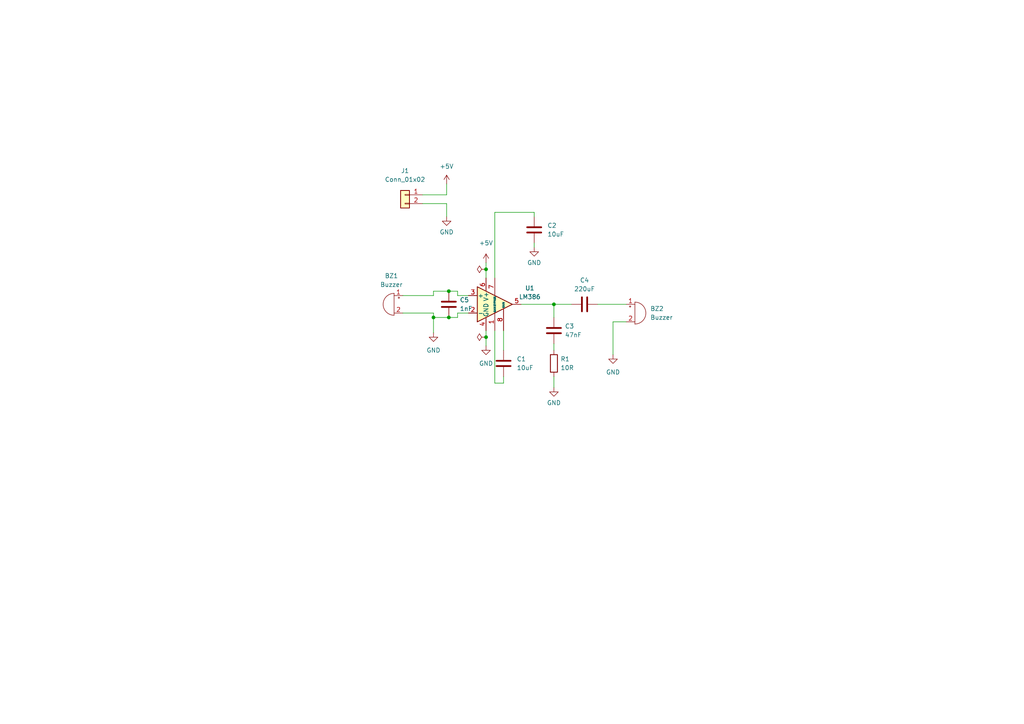
<source format=kicad_sch>
(kicad_sch (version 20211123) (generator eeschema)
  (paper "A4")
  (lib_symbols
    (symbol "Amplifier_Audio:LM386" (pin_names (offset 0.127))
      (property "Reference" "U" (at 1.27 7.62 0))
      (property "Value" "LM386" (at 1.27 5.08 0))
      (symbol "LM386_0_1"
        (polyline (pts (xy 5.08 0) (xy -5.08 5.08) (xy -5.08 -5.08) (xy 5.08 0)) (stroke (width 0.254)) (fill (type background)))
      )
      (symbol "LM386_1_1"
        (pin input line (at 0 -7.62 90) (length 5.08) (name "GAIN") (number "1"))
        (pin input line (at -7.62 -2.54 0) (length 2.54) (name "-") (number "2"))
        (pin input line (at -7.62 2.54 0) (length 2.54) (name "+") (number "3"))
        (pin power_in line (at -2.54 -7.62 90) (length 3.81) (name "GND") (number "4"))
        (pin output line (at 7.62 0 180) (length 2.54) (name "~") (number "5"))
        (pin power_in line (at -2.54 7.62 270) (length 3.81) (name "V+") (number "6"))
        (pin input line (at 0 7.62 270) (length 5.08) (name "BYPASS") (number "7"))
        (pin input line (at 2.54 -7.62 90) (length 6.35) (name "GAIN") (number "8"))
      )
    )
    (symbol "Connector_Generic:Conn_01x02" (pin_names (offset 1.016) hide)
      (property "Reference" "J" (at 0 2.54 0))
      (property "Value" "Conn_01x02" (at 0 -5.08 0))
      (symbol "Conn_01x02_1_1"
        (rectangle (start -1.27 -2.413) (end 0 -2.667) (stroke (width 0.1524)))
        (rectangle (start -1.27 0.127) (end 0 -0.127) (stroke (width 0.1524)))
        (rectangle (start -1.27 1.27) (end 1.27 -3.81) (stroke (width 0.254)) (fill (type background)))
        (pin passive line (at -5.08 0 0) (length 3.81) (name "Pin_1") (number "1"))
        (pin passive line (at -5.08 -2.54 0) (length 3.81) (name "Pin_2") (number "2"))
      )
    )
    (symbol "Device:Buzzer" (pin_names (offset 0.0254) hide)
      (property "Reference" "BZ" (at 3.81 1.27 0))
      (property "Value" "Buzzer" (at 3.81 -1.27 0))
      (symbol "Buzzer_0_1"
        (arc (start 0 -3.175) (mid 3.175 0) (end 0 3.175))
        (polyline (pts (xy -1.651 1.905) (xy -1.143 1.905)))
        (polyline (pts (xy -1.397 2.159) (xy -1.397 1.651)))
        (polyline (pts (xy 0 3.175) (xy 0 -3.175)))
      )
      (symbol "Buzzer_1_1"
        (pin passive line (at -2.54 2.54 0) (length 2.54) (name "-") (number "1"))
        (pin passive line (at -2.54 -2.54 0) (length 2.54) (name "+") (number "2"))
      )
    )
    (symbol "Device:C" (pin_numbers hide) (pin_names (offset 0.254))
      (property "Reference" "C" (at 0.635 2.54 0))
      (property "Value" "C" (at 0.635 -2.54 0))
      (symbol "C_0_1"
        (polyline (pts (xy -2.032 -0.762) (xy 2.032 -0.762)) (stroke (width 0.508)))
        (polyline (pts (xy -2.032 0.762) (xy 2.032 0.762)) (stroke (width 0.508)))
      )
      (symbol "C_1_1"
        (pin passive line (at 0 3.81 270) (length 2.794) (name "~") (number "1"))
        (pin passive line (at 0 -3.81 90) (length 2.794) (name "~") (number "2"))
      )
    )
    (symbol "Device:R" (pin_numbers hide) (pin_names (offset 0))
      (property "Reference" "R" (at 2.032 0 90))
      (property "Value" "R" (at 0 0 90))
      (symbol "R_0_1"
        (rectangle (start -1.016 -2.54) (end 1.016 2.54) (stroke (width 0.254)))
      )
      (symbol "R_1_1"
        (pin passive line (at 0 3.81 270) (length 1.27) (name "~") (number "1"))
        (pin passive line (at 0 -3.81 90) (length 1.27) (name "~") (number "2"))
      )
    )
    (symbol "power:+5V" (power) (pin_names (offset 0))
      (property "Value" "+5V" (at 0 3.556 0))
      (symbol "+5V_0_1"
        (polyline (pts (xy -0.762 1.27) (xy 0 2.54)))
        (polyline (pts (xy 0 0) (xy 0 2.54)))
        (polyline (pts (xy 0 2.54) (xy 0.762 1.27)))
      )
      (symbol "+5V_1_1"
        (pin power_in line (at 0 0 90) (length 0) hide (name "+5V") (number "1"))
      )
    )
    (symbol "power:GND" (power) (pin_names (offset 0))
      (property "Value" "GND" (at 0 -3.81 0))
      (symbol "GND_0_1"
        (polyline (pts (xy 0 0) (xy 0 -1.27) (xy 1.27 -1.27) (xy 0 -2.54) (xy -1.27 -1.27) (xy 0 -1.27)))
      )
      (symbol "GND_1_1"
        (pin power_in line (at 0 0 270) (length 0) hide (name "GND") (number "1"))
      )
    )
    (symbol "power:PWR_FLAG" (power) (pin_numbers hide) (pin_names (offset 0) hide)
      (property "Value" "PWR_FLAG" (at 0 3.81 0))
      (symbol "PWR_FLAG_0_0"
        (pin power_out line (at 0 0 90) (length 0) (name "pwr") (number "1"))
      )
      (symbol "PWR_FLAG_0_1"
        (polyline (pts (xy 0 0) (xy 0 1.27) (xy -1.016 1.905) (xy 0 2.54) (xy 1.016 1.905) (xy 0 1.27)))
      )
    )
  )
  (junction (at 125.73 92.075))
  (junction (at 130.175 92.075))
  (junction (at 130.175 84.455))
  (junction (at 140.97 97.79))
  (junction (at 160.655 88.265))
  (junction (at 140.97 78.105))
  (wire (pts (xy 125.73 90.805) (xy 125.73 92.075)))
  (wire (pts (xy 130.175 92.075) (xy 125.73 92.075)))
  (wire (pts (xy 132.715 92.075) (xy 130.175 92.075)))
  (wire (pts (xy 122.555 56.515) (xy 129.54 56.515)))
  (wire (pts (xy 154.94 70.485) (xy 154.94 71.755)))
  (wire (pts (xy 132.715 85.725) (xy 135.89 85.725)))
  (wire (pts (xy 160.655 99.695) (xy 160.655 101.6)))
  (wire (pts (xy 143.51 61.595) (xy 154.94 61.595)))
  (wire (pts (xy 125.73 92.075) (xy 125.73 96.52)))
  (wire (pts (xy 116.84 90.805) (xy 125.73 90.805)))
  (wire (pts (xy 151.13 88.265) (xy 160.655 88.265)))
  (wire (pts (xy 146.05 111.125) (xy 146.05 109.22)))
  (wire (pts (xy 130.175 84.455) (xy 132.715 84.455)))
  (wire (pts (xy 135.89 90.805) (xy 132.715 90.805)))
  (wire (pts (xy 181.61 93.345) (xy 177.8 93.345)))
  (wire (pts (xy 143.51 95.885) (xy 143.51 111.125)))
  (wire (pts (xy 140.97 78.105) (xy 140.97 80.645)))
  (wire (pts (xy 125.73 84.455) (xy 125.73 85.725)))
  (wire (pts (xy 140.97 97.79) (xy 140.97 100.33)))
  (wire (pts (xy 143.51 61.595) (xy 143.51 80.645)))
  (wire (pts (xy 146.05 95.885) (xy 146.05 101.6)))
  (wire (pts (xy 160.655 109.22) (xy 160.655 112.395)))
  (wire (pts (xy 154.94 61.595) (xy 154.94 62.865)))
  (wire (pts (xy 132.715 84.455) (xy 132.715 85.725)))
  (wire (pts (xy 129.54 53.34) (xy 129.54 56.515)))
  (wire (pts (xy 125.73 85.725) (xy 116.84 85.725)))
  (wire (pts (xy 129.54 59.055) (xy 129.54 62.865)))
  (wire (pts (xy 173.355 88.265) (xy 181.61 88.265)))
  (wire (pts (xy 132.715 90.805) (xy 132.715 92.075)))
  (wire (pts (xy 122.555 59.055) (xy 129.54 59.055)))
  (wire (pts (xy 140.97 95.885) (xy 140.97 97.79)))
  (wire (pts (xy 130.175 84.455) (xy 125.73 84.455)))
  (wire (pts (xy 140.97 76.2) (xy 140.97 78.105)))
  (wire (pts (xy 177.8 93.345) (xy 177.8 102.87)))
  (wire (pts (xy 160.655 88.265) (xy 165.735 88.265)))
  (wire (pts (xy 143.51 111.125) (xy 146.05 111.125)))
  (wire (pts (xy 160.655 88.265) (xy 160.655 92.075)))
  (symbol (lib_id "Device:C") (at 160.655 95.885 180) (unit 1)
    (property "Reference" "C3" (at 163.83 94.6149 0) (effects (justify right)))
    (property "Value" "47nF" (at 163.83 97.1549 0) (effects (justify right)))
    (property "Footprint" "Capacitor_SMD:C_1206_3216Metric_Pad1.33x1.80mm_HandSolder" (effects hide))
  )
  (symbol (lib_id "Device:R") (at 160.655 105.41 0) (unit 1)
    (property "Reference" "R1" (at 162.56 104.1399 0) (effects (justify left)))
    (property "Value" "10R" (at 162.56 106.6799 0) (effects (justify left)))
    (property "Footprint" "Resistor_SMD:R_1206_3216Metric_Pad1.30x1.75mm_HandSolder" (effects hide))
  )
  (symbol (lib_id "power:GND") (at 154.94 71.755 0) (unit 1)
    (property "Reference" "#PWR06" (effects hide))
    (property "Value" "GND" (at 154.94 76.2 0))
  )
  (symbol (lib_id "Device:C") (at 154.94 66.675 0) (mirror y) (unit 1)
    (property "Reference" "C2" (at 158.75 65.4049 0) (effects (justify right)))
    (property "Value" "10uF" (at 158.75 67.9449 0) (effects (justify right)))
    (property "Footprint" "Capacitor_SMD:C_1206_3216Metric_Pad1.33x1.80mm_HandSolder" (effects hide))
  )
  (symbol (lib_id "power:GND") (at 140.97 100.33 0) (unit 1)
    (property "Reference" "#PWR05" (effects hide))
    (property "Value" "GND" (at 140.97 105.41 0))
  )
  (symbol (lib_id "power:PWR_FLAG") (at 140.97 97.79 90) (unit 1)
    (property "Reference" "#FLG02" (effects hide))
    (property "Value" "PWR_FLAG" (effects hide))
  )
  (symbol (lib_id "power:GND") (at 160.655 112.395 0) (unit 1)
    (property "Reference" "#PWR07" (effects hide))
    (property "Value" "GND" (at 160.655 116.84 0))
  )
  (symbol (lib_id "power:PWR_FLAG") (at 140.97 78.105 90) (unit 1)
    (property "Reference" "#FLG01" (effects hide))
    (property "Value" "PWR_FLAG" (effects hide))
  )
  (symbol (lib_id "power:+5V") (at 140.97 76.2 0) (unit 1)
    (property "Reference" "#PWR04" (effects hide))
    (property "Value" "+5V" (at 140.97 70.485 0))
  )
  (symbol (lib_id "Device:C") (at 146.05 105.41 0) (unit 1)
    (property "Reference" "C1" (at 149.86 104.1399 0) (effects (justify left)))
    (property "Value" "10uF" (at 149.86 106.6799 0) (effects (justify left)))
    (property "Footprint" "Capacitor_SMD:C_1206_3216Metric_Pad1.33x1.80mm_HandSolder" (effects hide))
  )
  (symbol (lib_id "Device:C") (at 130.175 88.265 180) (unit 1)
    (property "Reference" "C5" (at 133.35 86.9949 0) (effects (justify right)))
    (property "Value" "1nF" (at 133.35 89.5349 0) (effects (justify right)))
    (property "Footprint" "Capacitor_SMD:C_1206_3216Metric_Pad1.33x1.80mm_HandSolder" (effects hide))
  )
  (symbol (lib_id "Connector_Generic:Conn_01x02") (at 117.475 56.515 0) (mirror y) (unit 1)
    (property "Reference" "J1" (at 117.475 49.53 0))
    (property "Value" "Conn_01x02" (at 117.475 52.07 0))
    (property "Footprint" "Connector_PinHeader_2.54mm:PinHeader_1x02_P2.54mm_Vertical" (effects hide))
  )
  (symbol (lib_id "power:GND") (at 129.54 62.865 0) (unit 1)
    (property "Reference" "#PWR03" (effects hide))
    (property "Value" "GND" (at 129.54 67.31 0))
  )
  (symbol (lib_id "Device:C") (at 169.545 88.265 90) (unit 1)
    (property "Reference" "C4" (at 169.545 81.28 90))
    (property "Value" "220uF" (at 169.545 83.82 90))
    (property "Footprint" "Capacitor_SMD:C_Elec_10x10.2" (effects hide))
  )
  (symbol (lib_id "power:GND") (at 125.73 96.52 0) (unit 1)
    (property "Reference" "#PWR01" (effects hide))
    (property "Value" "GND" (at 125.73 101.6 0))
  )
  (symbol (lib_id "power:GND") (at 177.8 102.87 0) (unit 1)
    (property "Reference" "#PWR08" (effects hide))
    (property "Value" "GND" (at 177.8 107.95 0))
  )
  (symbol (lib_id "power:+5V") (at 129.54 53.34 0) (unit 1)
    (property "Reference" "#PWR02" (effects hide))
    (property "Value" "+5V" (at 129.54 48.26 0))
  )
  (symbol (lib_id "Amplifier_Audio:LM386") (at 143.51 88.265 0) (unit 1)
    (property "Reference" "U1" (at 153.67 83.566 0))
    (property "Value" "LM386" (at 153.67 86.106 0))
    (property "Footprint" "Package_DIP:DIP-8_W7.62mm_SMDSocket_SmallPads" (effects hide))
    (property "Datasheet" "http://www.ti.com/lit/ds/symlink/lm386.pdf" (effects hide))
  )
  (symbol (lib_id "Device:Buzzer") (at 114.3 88.265 0) (mirror y) (unit 1)
    (property "Reference" "BZ1" (at 113.538 80.01 0))
    (property "Value" "Buzzer" (at 113.538 82.55 0))
    (property "Footprint" "Buzzer_Beeper:MagneticBuzzer_Kingstate_KCG0601" (effects hide))
  )
  (symbol (lib_id "Device:Buzzer") (at 184.15 90.805 0) (unit 1)
    (property "Reference" "BZ2" (at 188.595 89.5349 0) (effects (justify left)))
    (property "Value" "Buzzer" (at 188.595 92.0749 0) (effects (justify left)))
    (property "Footprint" "Buzzer_Beeper:MagneticBuzzer_Kingstate_KCG0601" (effects hide))
  )
)
</source>
